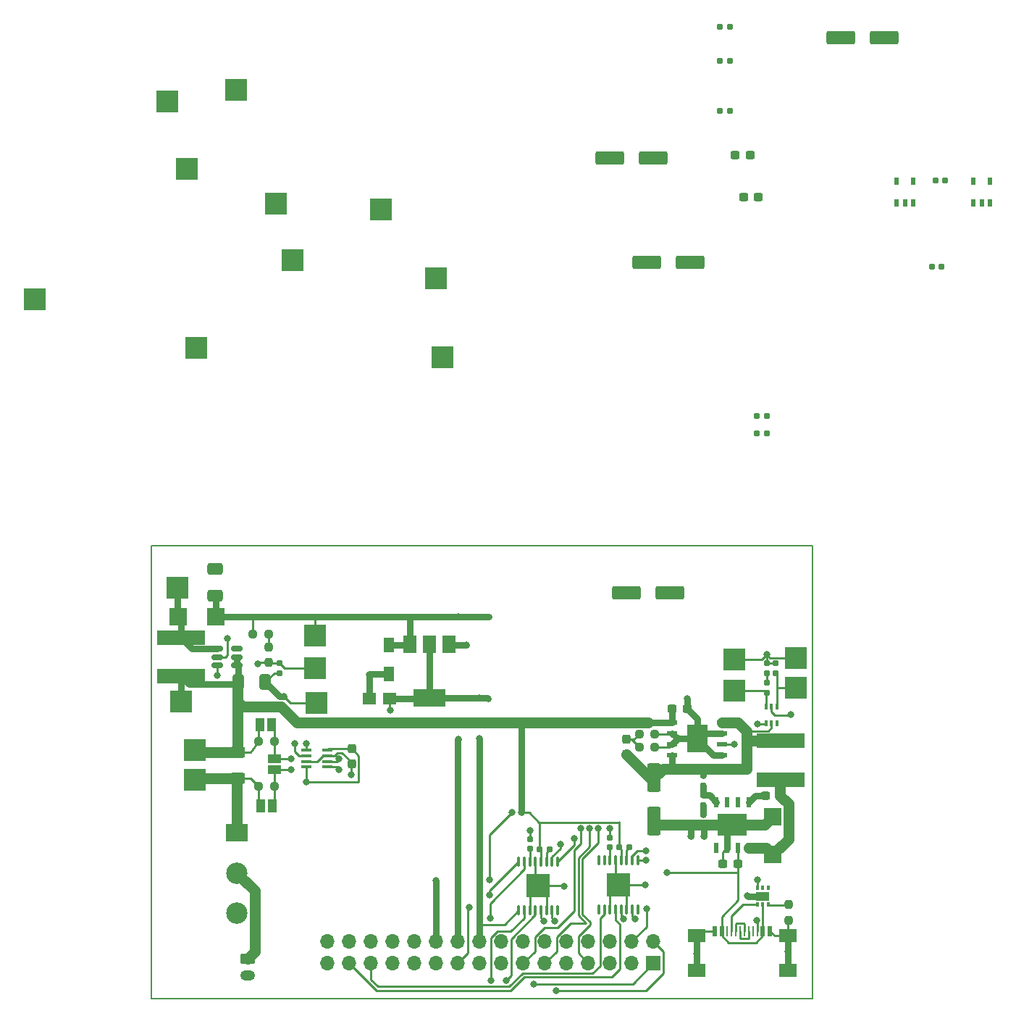
<source format=gbr>
%TF.GenerationSoftware,KiCad,Pcbnew,7.0.1-0*%
%TF.CreationDate,2025-03-27T13:04:47+02:00*%
%TF.ProjectId,EEE3088F_MM_Power_Project,45454533-3038-4384-965f-4d4d5f506f77,rev?*%
%TF.SameCoordinates,Original*%
%TF.FileFunction,Copper,L1,Top*%
%TF.FilePolarity,Positive*%
%FSLAX46Y46*%
G04 Gerber Fmt 4.6, Leading zero omitted, Abs format (unit mm)*
G04 Created by KiCad (PCBNEW 7.0.1-0) date 2025-03-27 13:04:47*
%MOMM*%
%LPD*%
G01*
G04 APERTURE LIST*
G04 Aperture macros list*
%AMRoundRect*
0 Rectangle with rounded corners*
0 $1 Rounding radius*
0 $2 $3 $4 $5 $6 $7 $8 $9 X,Y pos of 4 corners*
0 Add a 4 corners polygon primitive as box body*
4,1,4,$2,$3,$4,$5,$6,$7,$8,$9,$2,$3,0*
0 Add four circle primitives for the rounded corners*
1,1,$1+$1,$2,$3*
1,1,$1+$1,$4,$5*
1,1,$1+$1,$6,$7*
1,1,$1+$1,$8,$9*
0 Add four rect primitives between the rounded corners*
20,1,$1+$1,$2,$3,$4,$5,0*
20,1,$1+$1,$4,$5,$6,$7,0*
20,1,$1+$1,$6,$7,$8,$9,0*
20,1,$1+$1,$8,$9,$2,$3,0*%
G04 Aperture macros list end*
%TA.AperFunction,NonConductor*%
%ADD10C,0.200000*%
%TD*%
%TA.AperFunction,SMDPad,CuDef*%
%ADD11RoundRect,0.250000X-1.412500X-0.550000X1.412500X-0.550000X1.412500X0.550000X-1.412500X0.550000X0*%
%TD*%
%TA.AperFunction,SMDPad,CuDef*%
%ADD12R,2.500000X2.500000*%
%TD*%
%TA.AperFunction,ComponentPad*%
%ADD13RoundRect,0.250000X-0.625000X0.350000X-0.625000X-0.350000X0.625000X-0.350000X0.625000X0.350000X0*%
%TD*%
%TA.AperFunction,ComponentPad*%
%ADD14O,1.750000X1.200000*%
%TD*%
%TA.AperFunction,SMDPad,CuDef*%
%ADD15R,0.600000X1.300000*%
%TD*%
%TA.AperFunction,SMDPad,CuDef*%
%ADD16R,3.500000X2.500000*%
%TD*%
%TA.AperFunction,SMDPad,CuDef*%
%ADD17RoundRect,0.155000X0.155000X-0.212500X0.155000X0.212500X-0.155000X0.212500X-0.155000X-0.212500X0*%
%TD*%
%TA.AperFunction,SMDPad,CuDef*%
%ADD18RoundRect,0.250000X0.650000X-0.412500X0.650000X0.412500X-0.650000X0.412500X-0.650000X-0.412500X0*%
%TD*%
%TA.AperFunction,SMDPad,CuDef*%
%ADD19RoundRect,0.150000X-0.512500X-0.150000X0.512500X-0.150000X0.512500X0.150000X-0.512500X0.150000X0*%
%TD*%
%TA.AperFunction,SMDPad,CuDef*%
%ADD20RoundRect,0.237500X0.300000X0.237500X-0.300000X0.237500X-0.300000X-0.237500X0.300000X-0.237500X0*%
%TD*%
%TA.AperFunction,SMDPad,CuDef*%
%ADD21R,1.296012X1.757506*%
%TD*%
%TA.AperFunction,SMDPad,CuDef*%
%ADD22RoundRect,0.155000X0.212500X0.155000X-0.212500X0.155000X-0.212500X-0.155000X0.212500X-0.155000X0*%
%TD*%
%TA.AperFunction,SMDPad,CuDef*%
%ADD23RoundRect,0.155000X-0.212500X-0.155000X0.212500X-0.155000X0.212500X0.155000X-0.212500X0.155000X0*%
%TD*%
%TA.AperFunction,SMDPad,CuDef*%
%ADD24R,2.020015X1.500000*%
%TD*%
%TA.AperFunction,SMDPad,CuDef*%
%ADD25R,0.500000X1.150013*%
%TD*%
%TA.AperFunction,SMDPad,CuDef*%
%ADD26R,0.259995X1.150013*%
%TD*%
%TA.AperFunction,SMDPad,CuDef*%
%ADD27RoundRect,0.237500X-0.250000X-0.237500X0.250000X-0.237500X0.250000X0.237500X-0.250000X0.237500X0*%
%TD*%
%TA.AperFunction,SMDPad,CuDef*%
%ADD28RoundRect,0.237500X-0.237500X0.250000X-0.237500X-0.250000X0.237500X-0.250000X0.237500X0.250000X0*%
%TD*%
%TA.AperFunction,SMDPad,CuDef*%
%ADD29RoundRect,0.160000X0.160000X-0.197500X0.160000X0.197500X-0.160000X0.197500X-0.160000X-0.197500X0*%
%TD*%
%TA.AperFunction,SMDPad,CuDef*%
%ADD30RoundRect,0.237500X-0.300000X-0.237500X0.300000X-0.237500X0.300000X0.237500X-0.300000X0.237500X0*%
%TD*%
%TA.AperFunction,SMDPad,CuDef*%
%ADD31R,5.700000X1.700000*%
%TD*%
%TA.AperFunction,SMDPad,CuDef*%
%ADD32O,0.350013X1.300000*%
%TD*%
%TA.AperFunction,SMDPad,CuDef*%
%ADD33R,2.740005X2.740005*%
%TD*%
%TA.AperFunction,SMDPad,CuDef*%
%ADD34RoundRect,0.237500X-0.237500X0.300000X-0.237500X-0.300000X0.237500X-0.300000X0.237500X0.300000X0*%
%TD*%
%TA.AperFunction,SMDPad,CuDef*%
%ADD35RoundRect,0.160000X-0.160000X0.197500X-0.160000X-0.197500X0.160000X-0.197500X0.160000X0.197500X0*%
%TD*%
%TA.AperFunction,SMDPad,CuDef*%
%ADD36R,0.500000X0.900000*%
%TD*%
%TA.AperFunction,SMDPad,CuDef*%
%ADD37R,1.000000X1.500000*%
%TD*%
%TA.AperFunction,SMDPad,CuDef*%
%ADD38R,1.500000X1.358903*%
%TD*%
%TA.AperFunction,SMDPad,CuDef*%
%ADD39RoundRect,0.250000X-0.550000X1.412500X-0.550000X-1.412500X0.550000X-1.412500X0.550000X1.412500X0*%
%TD*%
%TA.AperFunction,SMDPad,CuDef*%
%ADD40RoundRect,0.250000X-0.412500X-0.650000X0.412500X-0.650000X0.412500X0.650000X-0.412500X0.650000X0*%
%TD*%
%TA.AperFunction,SMDPad,CuDef*%
%ADD41R,0.350013X0.500000*%
%TD*%
%TA.AperFunction,SMDPad,CuDef*%
%ADD42R,1.600000X1.000000*%
%TD*%
%TA.AperFunction,SMDPad,CuDef*%
%ADD43O,1.251994X0.364008*%
%TD*%
%TA.AperFunction,SMDPad,CuDef*%
%ADD44R,0.364008X0.650013*%
%TD*%
%TA.AperFunction,SMDPad,CuDef*%
%ADD45RoundRect,0.160000X-0.197500X-0.160000X0.197500X-0.160000X0.197500X0.160000X-0.197500X0.160000X0*%
%TD*%
%TA.AperFunction,SMDPad,CuDef*%
%ADD46R,1.500000X2.000000*%
%TD*%
%TA.AperFunction,SMDPad,CuDef*%
%ADD47R,3.800000X2.000000*%
%TD*%
%TA.AperFunction,SMDPad,CuDef*%
%ADD48RoundRect,0.250000X-0.625000X0.400000X-0.625000X-0.400000X0.625000X-0.400000X0.625000X0.400000X0*%
%TD*%
%TA.AperFunction,SMDPad,CuDef*%
%ADD49R,2.000000X2.000000*%
%TD*%
%TA.AperFunction,SMDPad,CuDef*%
%ADD50R,1.200000X0.600000*%
%TD*%
%TA.AperFunction,SMDPad,CuDef*%
%ADD51R,2.400000X3.300000*%
%TD*%
%TA.AperFunction,SMDPad,CuDef*%
%ADD52R,1.500000X1.000000*%
%TD*%
%TA.AperFunction,ComponentPad*%
%ADD53R,2.500000X2.100000*%
%TD*%
%TA.AperFunction,ComponentPad*%
%ADD54C,2.500000*%
%TD*%
%TA.AperFunction,ComponentPad*%
%ADD55R,1.700000X1.700000*%
%TD*%
%TA.AperFunction,ComponentPad*%
%ADD56O,1.700000X1.700000*%
%TD*%
%TA.AperFunction,ViaPad*%
%ADD57C,0.800000*%
%TD*%
%TA.AperFunction,Conductor*%
%ADD58C,0.250000*%
%TD*%
%TA.AperFunction,Conductor*%
%ADD59C,0.760000*%
%TD*%
%TA.AperFunction,Conductor*%
%ADD60C,1.270000*%
%TD*%
G04 APERTURE END LIST*
D10*
X100000000Y-100000000D02*
X177300000Y-100000000D01*
X177300000Y-152950000D01*
X100000000Y-152950000D01*
X100000000Y-100000000D01*
D11*
%TO.P,C31,1*%
%TO.N,Net-(C30-Pad2)*%
X155501300Y-105562400D03*
%TO.P,C31,2*%
%TO.N,GND*%
X160576300Y-105562400D03*
%TD*%
D12*
%TO.P,5V_R1_TP1,1,1*%
%TO.N,+5V*%
X119126000Y-110490000D03*
%TD*%
D13*
%TO.P,J1,1,Pin_1*%
%TO.N,/Battery_In_Before_Switch*%
X111250000Y-148250000D03*
D14*
%TO.P,J1,2,Pin_2*%
%TO.N,GND*%
X111250000Y-150250000D03*
%TD*%
D15*
%TO.P,U4,1,BOOT*%
%TO.N,Net-(U4-BOOT)*%
X169824403Y-129956804D03*
%TO.P,U4,2,NC*%
%TO.N,unconnected-(U4-NC-Pad2)*%
X168554400Y-129956804D03*
%TO.P,U4,3,NC*%
%TO.N,unconnected-(U4-NC-Pad3)*%
X167284398Y-129956804D03*
%TO.P,U4,4,VSENSE*%
%TO.N,Net-(U4-VSENSE)*%
X166014395Y-129956804D03*
%TO.P,U4,5,ENA*%
%TO.N,unconnected-(U4-ENA-Pad5)*%
X166014395Y-135356600D03*
%TO.P,U4,6,GND*%
%TO.N,GND*%
X167284398Y-135356600D03*
%TO.P,U4,7,VIN*%
%TO.N,+9V*%
X168554400Y-135356600D03*
%TO.P,U4,8,PH*%
%TO.N,/PH_Pin*%
X169824403Y-135356600D03*
D16*
%TO.P,U4,9,PowerPAD*%
%TO.N,GND*%
X167919399Y-132656829D03*
%TD*%
D17*
%TO.P,C11,1*%
%TO.N,Net-(U8-VINT)*%
X144246600Y-135441500D03*
%TO.P,C11,2*%
%TO.N,GND*%
X144246600Y-134306500D03*
%TD*%
D18*
%TO.P,C2,1*%
%TO.N,+5V*%
X107442000Y-105829500D03*
%TO.P,C2,2*%
%TO.N,GND*%
X107442000Y-102704500D03*
%TD*%
D12*
%TO.P,L_TP_1,1,1*%
%TO.N,/Battery_Out*%
X103428800Y-118262400D03*
%TD*%
D19*
%TO.P,U1,1,SW*%
%TO.N,Net-(D1-A)*%
X107701500Y-112080000D03*
%TO.P,U1,2,GND*%
%TO.N,GND*%
X107701500Y-113030000D03*
%TO.P,U1,3,FB*%
%TO.N,Net-(U1-FB)*%
X107701500Y-113980000D03*
%TO.P,U1,4,EN*%
%TO.N,/Battery_Out*%
X109976500Y-113980000D03*
%TO.P,U1,5,IN*%
X109976500Y-113030000D03*
%TO.P,U1,6,NC*%
%TO.N,unconnected-(U1-NC-Pad6)*%
X109976500Y-112080000D03*
%TD*%
D20*
%TO.P,C9,1*%
%TO.N,GND*%
X162609700Y-119075200D03*
%TO.P,C9,2*%
%TO.N,/Battery_Out*%
X160884700Y-119075200D03*
%TD*%
D11*
%TO.P,C30,1*%
%TO.N,/EXT_LOAD1_OUT*%
X180548200Y-40690800D03*
%TO.P,C30,2*%
%TO.N,Net-(C30-Pad2)*%
X185623200Y-40690800D03*
%TD*%
D12*
%TO.P,9-5V_R1_TP1,1,1*%
%TO.N,/Battey_Charger_VDD*%
X105250000Y-76900000D03*
%TD*%
D21*
%TO.P,C4,1,1*%
%TO.N,+5V*%
X127762000Y-111597691D03*
%TO.P,C4,2,2*%
%TO.N,GND*%
X127762000Y-114970309D03*
%TD*%
D22*
%TO.P,C16,1*%
%TO.N,Net-(U10-VCP)*%
X155846400Y-135280400D03*
%TO.P,C16,2*%
%TO.N,/Battery_Out*%
X154711400Y-135280400D03*
%TD*%
D12*
%TO.P,5V_R2_TP1,1,1*%
%TO.N,GND*%
X119253000Y-118364000D03*
%TD*%
D23*
%TO.P,C33,1*%
%TO.N,GND*%
X191227900Y-67437000D03*
%TO.P,C33,2*%
%TO.N,+5V*%
X192362900Y-67437000D03*
%TD*%
D24*
%TO.P,U7,17,EH*%
%TO.N,GND*%
X174394883Y-145608550D03*
%TO.P,U7,18,EH*%
X174394883Y-149608550D03*
%TO.P,U7,19,EH*%
X163734989Y-149608550D03*
%TO.P,U7,20,EH*%
X163734989Y-145608550D03*
D25*
%TO.P,U7,A1,GND*%
X165865038Y-145034000D03*
%TO.P,U7,A4,VBUS*%
%TO.N,+9V*%
X166664885Y-145034000D03*
D26*
%TO.P,U7,A5,CC1*%
%TO.N,/CC1*%
X167815000Y-145034000D03*
%TO.P,U7,A6,DP1*%
%TO.N,/DP1*%
X168815000Y-145034000D03*
%TO.P,U7,A7,DN1*%
%TO.N,/DN1*%
X169314872Y-145034000D03*
%TO.P,U7,A8,SBU1*%
%TO.N,unconnected-(U7-SBU1-PadA8)*%
X170314618Y-145034000D03*
D25*
%TO.P,U7,A9,VBUS*%
%TO.N,+9V*%
X171464987Y-145034000D03*
%TO.P,U7,A12,GND*%
%TO.N,GND*%
X172265088Y-145034000D03*
D26*
%TO.P,U7,B5,CC2*%
%TO.N,/CC2*%
X170815000Y-145034000D03*
%TO.P,U7,B6,DP2*%
%TO.N,/DP1*%
X169815000Y-145034000D03*
%TO.P,U7,B7,DN2*%
%TO.N,/DN1*%
X168314872Y-145034000D03*
%TO.P,U7,B8,SBU2*%
%TO.N,unconnected-(U7-SBU2-PadB8)*%
X167314872Y-145034000D03*
%TD*%
D27*
%TO.P,R5,1*%
%TO.N,/Battery_In_After_Switch*%
X112511500Y-128159000D03*
%TO.P,R5,2*%
%TO.N,Net-(JP1-B)*%
X114336500Y-128159000D03*
%TD*%
D28*
%TO.P,R15,1*%
%TO.N,Net-(U9-VSET)*%
X174498000Y-141962500D03*
%TO.P,R15,2*%
%TO.N,GND*%
X174498000Y-143787500D03*
%TD*%
D29*
%TO.P,R10,1*%
%TO.N,Net-(R10-Pad1)*%
X171907200Y-114957900D03*
%TO.P,R10,2*%
%TO.N,GND*%
X171907200Y-113762900D03*
%TD*%
D11*
%TO.P,C20,1*%
%TO.N,/EXT_LOAD2_OUT*%
X153598800Y-54762400D03*
%TO.P,C20,2*%
%TO.N,Net-(C20-Pad2)*%
X158673800Y-54762400D03*
%TD*%
D30*
%TO.P,C17,1*%
%TO.N,/Battery_Out*%
X169241300Y-59258200D03*
%TO.P,C17,2*%
%TO.N,GND*%
X170966300Y-59258200D03*
%TD*%
%TO.P,C14,1*%
%TO.N,/Battery_Out*%
X168250700Y-54406800D03*
%TO.P,C14,2*%
%TO.N,GND*%
X169975700Y-54406800D03*
%TD*%
D28*
%TO.P,R3,1*%
%TO.N,Net-(R2-Pad2)*%
X113665000Y-111863500D03*
%TO.P,R3,2*%
%TO.N,Net-(U1-FB)*%
X113665000Y-113688500D03*
%TD*%
D12*
%TO.P,CHRG_SelectR2_TP1,1,1*%
%TO.N,Net-(U6-NO)*%
X175336200Y-116636800D03*
%TD*%
D22*
%TO.P,C12,1*%
%TO.N,Net-(U8-VCP)*%
X146532600Y-135483600D03*
%TO.P,C12,2*%
%TO.N,/Battery_Out*%
X145397600Y-135483600D03*
%TD*%
D31*
%TO.P,L3,1*%
%TO.N,/PH_Pin*%
X173583600Y-127330200D03*
%TO.P,L3,2*%
%TO.N,/Battey_Charger_VDD*%
X173583600Y-122830200D03*
%TD*%
D32*
%TO.P,U8,1,nSleep*%
%TO.N,+3V3*%
X142936717Y-142600813D03*
%TO.P,U8,2,AOUT1*%
%TO.N,/AOUT1 (U1)*%
X143586705Y-142600813D03*
%TO.P,U8,3,AISEN*%
%TO.N,GND*%
X144236692Y-142600813D03*
%TO.P,U8,4,AOUT2*%
%TO.N,/AOUT2 (U1)*%
X144886933Y-142600813D03*
%TO.P,U8,5,BOUT2*%
%TO.N,/BOUT2 (U1)*%
X145536921Y-142600813D03*
%TO.P,U8,6,BISEN*%
%TO.N,GND*%
X146186908Y-142600813D03*
%TO.P,U8,7,BOUT1*%
%TO.N,/BOUT1 (U1)*%
X146836895Y-142600813D03*
%TO.P,U8,8,nFault*%
%TO.N,unconnected-(U8-nFault-Pad8)*%
X147486883Y-142600813D03*
%TO.P,U8,9,BIN1*%
%TO.N,/BIN1 (U1)*%
X147486883Y-136900787D03*
%TO.P,U8,10,BIN2*%
%TO.N,/BIN2 (U1)*%
X146836895Y-136900787D03*
%TO.P,U8,11,VCP*%
%TO.N,Net-(U8-VCP)*%
X146186908Y-136900787D03*
%TO.P,U8,12,VM*%
%TO.N,/Battery_Out*%
X145536921Y-136900787D03*
%TO.P,U8,13,GND*%
%TO.N,GND*%
X144886933Y-136900787D03*
%TO.P,U8,14,VINT*%
%TO.N,Net-(U8-VINT)*%
X144236692Y-136900787D03*
%TO.P,U8,15,AIN2*%
%TO.N,/AIN2 (U1)*%
X143586705Y-136900787D03*
%TO.P,U8,16,AIN1*%
%TO.N,/AIN1 (U1)*%
X142936717Y-136900787D03*
D33*
%TO.P,U8,17,GND*%
%TO.N,GND*%
X145211800Y-139750800D03*
%TD*%
D12*
%TO.P,5V_TP1,1,1*%
%TO.N,+5V*%
X86360000Y-71247000D03*
%TD*%
D34*
%TO.P,C7,1*%
%TO.N,Net-(C7-Pad1)*%
X155498800Y-122657700D03*
%TO.P,C7,2*%
%TO.N,/Battey_Charger_VDD*%
X155498800Y-124382700D03*
%TD*%
D35*
%TO.P,R13,1*%
%TO.N,/Battey_Charger_VDD*%
X164490399Y-126889702D03*
%TO.P,R13,2*%
%TO.N,Net-(U4-VSENSE)*%
X164490399Y-128084702D03*
%TD*%
%TO.P,R4,1*%
%TO.N,Net-(U1-FB)*%
X114935000Y-113702500D03*
%TO.P,R4,2*%
%TO.N,GND*%
X114935000Y-114897500D03*
%TD*%
D27*
%TO.P,R2,1*%
%TO.N,+5V*%
X111863500Y-110363000D03*
%TO.P,R2,2*%
%TO.N,Net-(R2-Pad2)*%
X113688500Y-110363000D03*
%TD*%
D31*
%TO.P,L2,1*%
%TO.N,/Battery_Out*%
X103428800Y-115254600D03*
%TO.P,L2,2*%
%TO.N,Net-(D1-A)*%
X103428800Y-110754600D03*
%TD*%
D12*
%TO.P,CHRG_SelectR1_TP1,1,1*%
%TO.N,Net-(U6-NC)*%
X168122600Y-116916200D03*
%TD*%
D36*
%TO.P,U12,1,OUT*%
%TO.N,/EXT_LOAD2_OUT*%
X187136044Y-60000000D03*
%TO.P,U12,2,GND*%
%TO.N,GND*%
X188086006Y-60000000D03*
%TO.P,U12,3,FLG*%
%TO.N,unconnected-(U12-FLG-Pad3)*%
X189035968Y-60000000D03*
%TO.P,U12,4,EN*%
%TO.N,/CTRL_EXT_LOAD2*%
X189035968Y-57400050D03*
%TO.P,U12,5,IN*%
%TO.N,+5V*%
X187136044Y-57400050D03*
%TD*%
D37*
%TO.P,JP2,1,A*%
%TO.N,Net-(JP2-A)*%
X114011500Y-120909000D03*
%TO.P,JP2,2,B*%
%TO.N,/Battery_Out*%
X112711500Y-120909000D03*
%TD*%
D12*
%TO.P,CHRG_VinR_TP1,1,1*%
%TO.N,Net-(C7-Pad1)*%
X126822200Y-60756800D03*
%TD*%
D29*
%TO.P,R12,1*%
%TO.N,GND*%
X164490399Y-132619202D03*
%TO.P,R12,2*%
%TO.N,Net-(R12-Pad2)*%
X164490399Y-131424202D03*
%TD*%
D38*
%TO.P,C5,1,1*%
%TO.N,+3V3*%
X127818898Y-117856000D03*
%TO.P,C5,2,2*%
%TO.N,GND*%
X125419102Y-117856000D03*
%TD*%
D36*
%TO.P,U14,1,OUT*%
%TO.N,/EXT_LOAD1_OUT*%
X196100076Y-60000000D03*
%TO.P,U14,2,GND*%
%TO.N,GND*%
X197050038Y-60000000D03*
%TO.P,U14,3,FLG*%
%TO.N,unconnected-(U14-FLG-Pad3)*%
X198000000Y-60000000D03*
%TO.P,U14,4,EN*%
%TO.N,/CTRL_EXT_LOAD1*%
X198000000Y-57400050D03*
%TO.P,U14,5,IN*%
%TO.N,+5V*%
X196100076Y-57400050D03*
%TD*%
D12*
%TO.P,9V_TP1,1,1*%
%TO.N,+9V*%
X114579400Y-60096400D03*
%TD*%
D11*
%TO.P,C21,1*%
%TO.N,Net-(C20-Pad2)*%
X157925000Y-66950000D03*
%TO.P,C21,2*%
%TO.N,GND*%
X163000000Y-66950000D03*
%TD*%
D17*
%TO.P,C15,1*%
%TO.N,Net-(U10-VINT)*%
X153593800Y-135238300D03*
%TO.P,C15,2*%
%TO.N,GND*%
X153593800Y-134103300D03*
%TD*%
D27*
%TO.P,R6,1*%
%TO.N,/Battery_Out*%
X112511500Y-122909000D03*
%TO.P,R6,2*%
%TO.N,Net-(JP2-A)*%
X114336500Y-122909000D03*
%TD*%
D39*
%TO.P,C10,1*%
%TO.N,/Battey_Charger_VDD*%
X158775403Y-127106600D03*
%TO.P,C10,2*%
%TO.N,GND*%
X158775403Y-132181600D03*
%TD*%
D12*
%TO.P,9-5V_VSense_TP1,1,1*%
%TO.N,Net-(U4-VSENSE)*%
X104140000Y-56007000D03*
%TD*%
D40*
%TO.P,C1,1*%
%TO.N,/Battery_Out*%
X110159000Y-115951000D03*
%TO.P,C1,2*%
%TO.N,GND*%
X113284000Y-115951000D03*
%TD*%
D41*
%TO.P,U9,1,CC1*%
%TO.N,/CC1*%
X170799987Y-141969924D03*
%TO.P,U9,2,VUSB*%
%TO.N,+9V*%
X171449975Y-141969924D03*
%TO.P,U9,3,VSET*%
%TO.N,Net-(U9-VSET)*%
X172099962Y-141969924D03*
%TO.P,U9,4,D+*%
%TO.N,unconnected-(U9-D+-Pad4)*%
X172099962Y-139969924D03*
%TO.P,U9,5,D-*%
%TO.N,unconnected-(U9-D--Pad5)*%
X171449975Y-139969924D03*
%TO.P,U9,6,CC2*%
%TO.N,/CC2*%
X170799987Y-139969924D03*
D42*
%TO.P,U9,7,GND*%
%TO.N,GND*%
X171449975Y-140969924D03*
%TD*%
D27*
%TO.P,R8,1*%
%TO.N,Net-(C7-Pad1)*%
X156999300Y-122021600D03*
%TO.P,R8,2*%
%TO.N,GND*%
X158824300Y-122021600D03*
%TD*%
D43*
%TO.P,U2,1,IN+*%
%TO.N,Net-(JP1-B)*%
X120562560Y-125884108D03*
%TO.P,U2,2,IN-*%
%TO.N,Net-(JP2-A)*%
X120562560Y-125234121D03*
%TO.P,U2,3,GND*%
%TO.N,GND*%
X120562560Y-124584133D03*
%TO.P,U2,4,VS*%
%TO.N,+3V3*%
X120562560Y-123933892D03*
%TO.P,U2,5,SCL*%
%TO.N,/I2C1_SCL*%
X118110440Y-123933892D03*
%TO.P,U2,6,SDA*%
%TO.N,/I2C1_SDA*%
X118110440Y-124584133D03*
%TO.P,U2,7,A0*%
%TO.N,GND*%
X118110440Y-125234121D03*
%TO.P,U2,8,A1*%
%TO.N,+3V3*%
X118110440Y-125884108D03*
%TD*%
D12*
%TO.P,Shunt_TP1,1,1*%
%TO.N,/Battery_In_After_Switch*%
X105086500Y-127409000D03*
%TD*%
D44*
%TO.P,U6,1,NO*%
%TO.N,Net-(U6-NO)*%
X173130974Y-118830800D03*
%TO.P,U6,2,GND*%
%TO.N,GND*%
X172480987Y-118830800D03*
%TO.P,U6,3,NC*%
%TO.N,Net-(U6-NC)*%
X171831000Y-118830800D03*
%TO.P,U6,4,COM*%
%TO.N,Net-(U5-PROG)*%
X171831000Y-120730724D03*
%TO.P,U6,5,V+*%
%TO.N,/Battey_Charger_VDD*%
X172480987Y-120730724D03*
%TO.P,U6,6,IN*%
%TO.N,/Fast_Charge_CTRL*%
X173130974Y-120730724D03*
%TD*%
D12*
%TO.P,3V3_TP1,1,1*%
%TO.N,+3V3*%
X101854000Y-48133000D03*
%TD*%
D45*
%TO.P,R17,1*%
%TO.N,/I2C1_SDA*%
X170737600Y-86893400D03*
%TO.P,R17,2*%
%TO.N,+3V3*%
X171932600Y-86893400D03*
%TD*%
%TO.P,R16,1*%
%TO.N,/I2C1_SCL*%
X170737600Y-84903400D03*
%TO.P,R16,2*%
%TO.N,+3V3*%
X171932600Y-84903400D03*
%TD*%
D23*
%TO.P,C28,1*%
%TO.N,GND*%
X166475000Y-49260000D03*
%TO.P,C28,2*%
%TO.N,+5V*%
X167610000Y-49260000D03*
%TD*%
D34*
%TO.P,C3,1*%
%TO.N,+3V3*%
X123393200Y-123749900D03*
%TO.P,C3,2*%
%TO.N,GND*%
X123393200Y-125474900D03*
%TD*%
D27*
%TO.P,R7,1*%
%TO.N,Net-(C7-Pad1)*%
X157001200Y-123520200D03*
%TO.P,R7,2*%
%TO.N,GND*%
X158826200Y-123520200D03*
%TD*%
D12*
%TO.P,CHRG_SelectR1_TP2,1,1*%
%TO.N,GND*%
X168122600Y-113334800D03*
%TD*%
D46*
%TO.P,U3,1,GND*%
%TO.N,GND*%
X134761000Y-111531000D03*
%TO.P,U3,2,VO*%
%TO.N,+3V3*%
X132461000Y-111531000D03*
D47*
X132461000Y-117831000D03*
D46*
%TO.P,U3,3,VI*%
%TO.N,+5V*%
X130161000Y-111531000D03*
%TD*%
D12*
%TO.P,9-5V_R2_TP1,1,1*%
%TO.N,GND*%
X109855000Y-46736000D03*
%TD*%
D30*
%TO.P,C8,1*%
%TO.N,Net-(U4-BOOT)*%
X171755899Y-129227702D03*
%TO.P,C8,2*%
%TO.N,/PH_Pin*%
X173480899Y-129227702D03*
%TD*%
D37*
%TO.P,JP1,1,A*%
%TO.N,/Battery_In_After_Switch*%
X112786500Y-130409000D03*
%TO.P,JP1,2,B*%
%TO.N,Net-(JP1-B)*%
X114086500Y-130409000D03*
%TD*%
D12*
%TO.P,CHRG_SelectR2_TP2,1,1*%
%TO.N,GND*%
X175336200Y-113106200D03*
%TD*%
D48*
%TO.P,R1,1*%
%TO.N,/Battery_Out*%
X110086500Y-124109000D03*
%TO.P,R1,2*%
%TO.N,/Battery_In_After_Switch*%
X110086500Y-127209000D03*
%TD*%
D23*
%TO.P,C32,1*%
%TO.N,GND*%
X191651000Y-57327800D03*
%TO.P,C32,2*%
%TO.N,/EXT_LOAD1_OUT*%
X192786000Y-57327800D03*
%TD*%
D29*
%TO.P,R9,1*%
%TO.N,Net-(U6-NC)*%
X171907200Y-117243900D03*
%TO.P,R9,2*%
%TO.N,Net-(R10-Pad1)*%
X171907200Y-116048900D03*
%TD*%
D49*
%TO.P,D2,1,K*%
%TO.N,/PH_Pin*%
X172618399Y-136126600D03*
%TO.P,D2,2,A*%
%TO.N,GND*%
X172618399Y-131726804D03*
%TD*%
D23*
%TO.P,C23,1*%
%TO.N,GND*%
X166475000Y-43350000D03*
%TO.P,C23,2*%
%TO.N,/EXT_LOAD2_OUT*%
X167610000Y-43350000D03*
%TD*%
D49*
%TO.P,D1,1,K*%
%TO.N,+5V*%
X107482898Y-108331000D03*
%TO.P,D1,2,A*%
%TO.N,Net-(D1-A)*%
X103083102Y-108331000D03*
%TD*%
D29*
%TO.P,R11,1*%
%TO.N,Net-(U6-NO)*%
X172923200Y-114945800D03*
%TO.P,R11,2*%
%TO.N,GND*%
X172923200Y-113750800D03*
%TD*%
D12*
%TO.P,L_TP_2,1,1*%
%TO.N,Net-(D1-A)*%
X102997000Y-104902000D03*
%TD*%
D50*
%TO.P,U5,1,TEMP*%
%TO.N,GND*%
X166700204Y-124447302D03*
%TO.P,U5,2,PROG*%
%TO.N,Net-(U5-PROG)*%
X166700204Y-123177299D03*
%TO.P,U5,3,GND*%
%TO.N,GND*%
X166700204Y-121907297D03*
%TO.P,U5,4,VCC*%
%TO.N,/Battey_Charger_VDD*%
X166700204Y-120637294D03*
%TO.P,U5,5,BAT*%
%TO.N,/Battery_Out*%
X160883592Y-120637294D03*
%TO.P,U5,6,STDBY#*%
%TO.N,GND*%
X160883592Y-121907297D03*
%TO.P,U5,7,CHRG#*%
X160883592Y-123177299D03*
%TO.P,U5,8,CE*%
%TO.N,/Battey_Charger_VDD*%
X160883592Y-124447302D03*
D51*
%TO.P,U5,9,EP*%
%TO.N,GND*%
X163791898Y-122542298D03*
%TD*%
D12*
%TO.P,5V_FB_TP1,1,1*%
%TO.N,Net-(U1-FB)*%
X119126000Y-114300000D03*
%TD*%
%TO.P,Shunt_TP2,1,1*%
%TO.N,/Battery_Out*%
X105086500Y-123909000D03*
%TD*%
D35*
%TO.P,R14,1*%
%TO.N,Net-(U4-VSENSE)*%
X164490399Y-129175702D03*
%TO.P,R14,2*%
%TO.N,Net-(R12-Pad2)*%
X164490399Y-130370702D03*
%TD*%
D52*
%TO.P,JP3,1,A*%
%TO.N,Net-(JP2-A)*%
X114336500Y-124909000D03*
%TO.P,JP3,2,B*%
%TO.N,Net-(JP1-B)*%
X114336500Y-126209000D03*
%TD*%
D12*
%TO.P,CHRG_VinR_TP2,1,1*%
%TO.N,GND*%
X133223000Y-68808600D03*
%TD*%
D32*
%TO.P,U10,1,nSleep*%
%TO.N,+3V3*%
X152294834Y-142494000D03*
%TO.P,U10,2,AOUT1*%
%TO.N,/AOUT1 (U2)*%
X152944822Y-142494000D03*
%TO.P,U10,3,AISEN*%
%TO.N,GND*%
X153594809Y-142494000D03*
%TO.P,U10,4,AOUT2*%
%TO.N,/AOUT2 (U2)*%
X154245050Y-142494000D03*
%TO.P,U10,5,BOUT2*%
%TO.N,/BOUT2 (U2)*%
X154895038Y-142494000D03*
%TO.P,U10,6,BISEN*%
%TO.N,GND*%
X155545025Y-142494000D03*
%TO.P,U10,7,BOUT1*%
%TO.N,/BOUT1 (U2)*%
X156195012Y-142494000D03*
%TO.P,U10,8,nFault*%
%TO.N,unconnected-(U10-nFault-Pad8)*%
X156845000Y-142494000D03*
%TO.P,U10,9,BIN1*%
%TO.N,/BIN1 (U2)*%
X156845000Y-136793974D03*
%TO.P,U10,10,BIN2*%
%TO.N,/BIN2 (U2)*%
X156195012Y-136793974D03*
%TO.P,U10,11,VCP*%
%TO.N,Net-(U10-VCP)*%
X155545025Y-136793974D03*
%TO.P,U10,12,VM*%
%TO.N,/Battery_Out*%
X154895038Y-136793974D03*
%TO.P,U10,13,GND*%
%TO.N,GND*%
X154245050Y-136793974D03*
%TO.P,U10,14,VINT*%
%TO.N,Net-(U10-VINT)*%
X153594809Y-136793974D03*
%TO.P,U10,15,AIN2*%
%TO.N,/AIN2 (U2)*%
X152944822Y-136793974D03*
%TO.P,U10,16,AIN1*%
%TO.N,/AIN1 (U2)*%
X152294834Y-136793974D03*
D33*
%TO.P,U10,17,GND*%
%TO.N,GND*%
X154569917Y-139643987D03*
%TD*%
D30*
%TO.P,C6,1*%
%TO.N,GND*%
X166804000Y-137210800D03*
%TO.P,C6,2*%
%TO.N,+9V*%
X168529000Y-137210800D03*
%TD*%
D12*
%TO.P,BAT_TP1,1,1*%
%TO.N,/Battery*%
X116484400Y-66675000D03*
%TD*%
%TO.P,GND_TP1,1,1*%
%TO.N,GND*%
X134035800Y-78028800D03*
%TD*%
D53*
%TO.P,U11,1,1*%
%TO.N,/Battery_In_After_Switch*%
X110000000Y-133549975D03*
D54*
%TO.P,U11,2,2*%
%TO.N,/Battery_In_Before_Switch*%
X110000000Y-138250000D03*
%TO.P,U11,3,3*%
%TO.N,GND*%
X110000000Y-142950025D03*
%TD*%
D23*
%TO.P,C13,1*%
%TO.N,GND*%
X166475000Y-39410000D03*
%TO.P,C13,2*%
%TO.N,+9V*%
X167610000Y-39410000D03*
%TD*%
D55*
%TO.P,J2,1,Pin_1*%
%TO.N,/BOUT2 (U1)*%
X158690000Y-148790000D03*
D56*
%TO.P,J2,2,Pin_2*%
%TO.N,/BOUT1 (U1)*%
X158690000Y-146250000D03*
%TO.P,J2,3,Pin_3*%
%TO.N,/BOUT1 (U2)*%
X156150000Y-148790000D03*
%TO.P,J2,4,Pin_4*%
%TO.N,/BIN1 (U1)*%
X156150000Y-146250000D03*
%TO.P,J2,5,Pin_5*%
%TO.N,/BOUT2 (U2)*%
X153610000Y-148790000D03*
%TO.P,J2,6,Pin_6*%
%TO.N,/BIN2 (U1)*%
X153610000Y-146250000D03*
%TO.P,J2,7,Pin_7*%
%TO.N,/CTRL_EXT_LOAD2*%
X151070000Y-148790000D03*
%TO.P,J2,8,Pin_8*%
%TO.N,/BIN1 (U2)*%
X151070000Y-146250000D03*
%TO.P,J2,9,Pin_9*%
%TO.N,unconnected-(J2-Pin_9-Pad9)*%
X148530000Y-148790000D03*
%TO.P,J2,10,Pin_10*%
%TO.N,/BIN2 (U2)*%
X148530000Y-146250000D03*
%TO.P,J2,11,Pin_11*%
%TO.N,/EXT_LOAD2_OUT*%
X145990000Y-148790000D03*
%TO.P,J2,12,Pin_12*%
%TO.N,unconnected-(J2-Pin_12-Pad12)*%
X145990000Y-146250000D03*
%TO.P,J2,13,Pin_13*%
%TO.N,/Fast_Charge_CTRL*%
X143450000Y-148790000D03*
%TO.P,J2,14,Pin_14*%
%TO.N,/Battery_Out*%
X143450000Y-146250000D03*
%TO.P,J2,15,Pin_15*%
%TO.N,unconnected-(J2-Pin_15-Pad15)*%
X140910000Y-148790000D03*
%TO.P,J2,16,Pin_16*%
%TO.N,/I2C1_SCL*%
X140910000Y-146250000D03*
%TO.P,J2,17,Pin_17*%
%TO.N,/I2C1_SDA*%
X138370000Y-148790000D03*
%TO.P,J2,18,Pin_18*%
%TO.N,+3V3*%
X138370000Y-146250000D03*
%TO.P,J2,19,Pin_19*%
%TO.N,GND*%
X135830000Y-148790000D03*
%TO.P,J2,20,Pin_20*%
%TO.N,+5V*%
X135830000Y-146250000D03*
%TO.P,J2,21,Pin_21*%
%TO.N,/EXT_LOAD1_OUT*%
X133290000Y-148790000D03*
%TO.P,J2,22,Pin_22*%
%TO.N,+9V*%
X133290000Y-146250000D03*
%TO.P,J2,23,Pin_23*%
%TO.N,GND*%
X130750000Y-148790000D03*
%TO.P,J2,24,Pin_24*%
%TO.N,/AIN1 (U2)*%
X130750000Y-146250000D03*
%TO.P,J2,25,Pin_25*%
%TO.N,/CTRL_EXT_LOAD1*%
X128210000Y-148790000D03*
%TO.P,J2,26,Pin_26*%
%TO.N,/AIN2 (U2)*%
X128210000Y-146250000D03*
%TO.P,J2,27,Pin_27*%
%TO.N,/AOUT1 (U2)*%
X125670000Y-148790000D03*
%TO.P,J2,28,Pin_28*%
%TO.N,/AIN1 (U1)*%
X125670000Y-146250000D03*
%TO.P,J2,29,Pin_29*%
%TO.N,/AOUT2 (U2)*%
X123130000Y-148790000D03*
%TO.P,J2,30,Pin_30*%
%TO.N,/AIN2 (U1)*%
X123130000Y-146250000D03*
%TO.P,J2,31,Pin_31*%
%TO.N,/AOUT2 (U1)*%
X120590000Y-148790000D03*
%TO.P,J2,32,Pin_32*%
%TO.N,/AOUT1 (U1)*%
X120590000Y-146250000D03*
%TD*%
D57*
%TO.N,+3V3*%
X118110000Y-127635000D03*
X138353800Y-122580400D03*
X127889000Y-119253000D03*
X138353800Y-117831000D03*
%TO.N,Net-(U1-FB)*%
X112395000Y-113792000D03*
X107721400Y-115189000D03*
%TO.N,+5V*%
X135839200Y-122656600D03*
X135839200Y-108331000D03*
%TO.N,GND*%
X125476000Y-115062000D03*
X157683200Y-139623800D03*
X144246600Y-133299200D03*
X162610800Y-117856000D03*
X148259800Y-139801600D03*
X171932600Y-112734800D03*
X153593800Y-133045200D03*
X174777400Y-119786400D03*
X115443000Y-117602000D03*
X123367800Y-126796800D03*
X136779000Y-111633000D03*
X163042600Y-133959600D03*
X163703000Y-147701000D03*
X169697400Y-140944600D03*
X137109200Y-142265400D03*
X164566600Y-133934200D03*
X174371000Y-147447000D03*
X108864400Y-110871000D03*
%TO.N,+9V*%
X139522200Y-139090400D03*
X160223200Y-138176000D03*
X142138400Y-131216400D03*
X133290000Y-139115800D03*
%TO.N,/Battery_Out*%
X143281400Y-131191000D03*
%TO.N,/Fast_Charge_CTRL*%
X150198130Y-133044700D03*
%TO.N,/I2C1_SCL*%
X118117500Y-123142000D03*
%TO.N,/I2C1_SDA*%
X116720500Y-123142000D03*
%TO.N,Net-(JP1-B)*%
X116339500Y-126190000D03*
X121938000Y-126202500D03*
%TO.N,Net-(JP2-A)*%
X116339500Y-124920000D03*
X121938000Y-124932500D03*
%TO.N,Net-(U5-PROG)*%
X168173400Y-123190000D03*
X170870374Y-120837400D03*
%TO.N,/EXT_LOAD2_OUT*%
X151197633Y-133044700D03*
%TO.N,/BOUT2 (U1)*%
X145872200Y-143840200D03*
X144703800Y-151231600D03*
%TO.N,/BOUT1 (U1)*%
X147269200Y-152019000D03*
X147167600Y-143891000D03*
%TO.N,/BOUT1 (U2)*%
X156501796Y-143663308D03*
%TO.N,/BIN1 (U1)*%
X149428200Y-134200300D03*
X157886400Y-142468600D03*
%TO.N,/BOUT2 (U2)*%
X155184749Y-143654604D03*
%TO.N,/BIN2 (U1)*%
X147828000Y-134924800D03*
%TO.N,/CTRL_EXT_LOAD2*%
X152196800Y-133070600D03*
%TO.N,/BIN1 (U2)*%
X157835600Y-136779000D03*
%TO.N,/BIN2 (U2)*%
X157810200Y-135661400D03*
%TO.N,/AIN1 (U1)*%
X139521047Y-140841847D03*
%TO.N,/AIN2 (U1)*%
X139573000Y-143535400D03*
%TO.N,/AOUT2 (U1)*%
X141485703Y-150793700D03*
%TO.N,/AOUT1 (U1)*%
X139649200Y-150793700D03*
%TO.N,/CC2*%
X170815000Y-139065000D03*
X170725475Y-143764000D03*
%TD*%
D58*
%TO.N,+3V3*%
X120751452Y-123745000D02*
X123388300Y-123745000D01*
D59*
X132461000Y-117831000D02*
X138353800Y-117831000D01*
X132461000Y-111531000D02*
X132461000Y-117831000D01*
D58*
X142936717Y-142600813D02*
X141277130Y-144260400D01*
X141277130Y-144260400D02*
X138383800Y-144260400D01*
X138383800Y-144260400D02*
X138370000Y-144246600D01*
D59*
X138353800Y-138455400D02*
X138353800Y-122580400D01*
D58*
X127818898Y-119182898D02*
X127889000Y-119253000D01*
X127818898Y-117856000D02*
X127818898Y-119182898D01*
D59*
X127818898Y-117856000D02*
X132436000Y-117856000D01*
X138370000Y-138471600D02*
X138353800Y-138455400D01*
X132436000Y-117856000D02*
X132461000Y-117831000D01*
X138370000Y-146250000D02*
X138370000Y-144246600D01*
D58*
X118110000Y-127635000D02*
X124193200Y-127635000D01*
X118110000Y-125884548D02*
X118110440Y-125884108D01*
D59*
X138353800Y-117831000D02*
X139294000Y-117831000D01*
D58*
X120562560Y-123933892D02*
X120751452Y-123745000D01*
X123388300Y-123745000D02*
X123393200Y-123749900D01*
X118110000Y-127635000D02*
X118110000Y-125884548D01*
X124193200Y-127635000D02*
X124193200Y-124549900D01*
X124193200Y-124549900D02*
X123393200Y-123749900D01*
D59*
X139294000Y-117831000D02*
X139319000Y-117856000D01*
X138370000Y-144246600D02*
X138370000Y-138471600D01*
D58*
%TO.N,Net-(U1-FB)*%
X107721400Y-115189000D02*
X107701500Y-115169100D01*
X107701500Y-115169100D02*
X107701500Y-113980000D01*
X114935000Y-113702500D02*
X113679000Y-113702500D01*
X113665000Y-113688500D02*
X112498500Y-113688500D01*
X115532500Y-114300000D02*
X114935000Y-113702500D01*
X113679000Y-113702500D02*
X113665000Y-113688500D01*
X112498500Y-113688500D02*
X112395000Y-113792000D01*
X119126000Y-114300000D02*
X115532500Y-114300000D01*
D59*
%TO.N,+5V*%
X130094309Y-111597691D02*
X130161000Y-111531000D01*
X107482898Y-105870398D02*
X107442000Y-105829500D01*
X107482898Y-108331000D02*
X107482898Y-105870398D01*
X130048000Y-108331000D02*
X135839200Y-108331000D01*
X135813800Y-122682000D02*
X135839200Y-122656600D01*
D58*
X111863500Y-108354500D02*
X111887000Y-108331000D01*
D59*
X107482898Y-108331000D02*
X111887000Y-108331000D01*
X135830000Y-138598600D02*
X135813800Y-138582400D01*
D58*
X111863500Y-110363000D02*
X111863500Y-108354500D01*
X119126000Y-108458000D02*
X119126000Y-110490000D01*
D59*
X135813800Y-138582400D02*
X135813800Y-122682000D01*
X130161000Y-108444000D02*
X130161000Y-111531000D01*
X127762000Y-111597691D02*
X130094309Y-111597691D01*
X135839200Y-108331000D02*
X139446000Y-108331000D01*
X119253000Y-108331000D02*
X130048000Y-108331000D01*
X130048000Y-108331000D02*
X130161000Y-108444000D01*
X111887000Y-108331000D02*
X119253000Y-108331000D01*
D58*
X119253000Y-108331000D02*
X119126000Y-108458000D01*
D59*
X135830000Y-146250000D02*
X135830000Y-138598600D01*
D58*
%TO.N,GND*%
X174767800Y-119796000D02*
X172882000Y-119796000D01*
X153593800Y-134103300D02*
X153593800Y-133045200D01*
X119253000Y-118364000D02*
X116205000Y-118364000D01*
D59*
X164566600Y-133934200D02*
X164566600Y-132715403D01*
D58*
X153594809Y-142494000D02*
X153594809Y-140619095D01*
X158826200Y-122021600D02*
X160769289Y-122021600D01*
X166804000Y-135836998D02*
X167284398Y-135356600D01*
D59*
X163042600Y-133959600D02*
X163042600Y-132639202D01*
D58*
X107701500Y-113030000D02*
X108642249Y-113030000D01*
X135830000Y-148790000D02*
X137005000Y-147615000D01*
X171907200Y-113762900D02*
X172911100Y-113762900D01*
X174777400Y-119786400D02*
X174767800Y-119796000D01*
X144236692Y-140725908D02*
X145211800Y-139750800D01*
D59*
X162609700Y-117857100D02*
X162610800Y-117856000D01*
D58*
X158826200Y-123520200D02*
X160540691Y-123520200D01*
D59*
X163703000Y-149576561D02*
X163734989Y-149608550D01*
D58*
X116205000Y-118364000D02*
X115443000Y-117602000D01*
X154245050Y-136793974D02*
X154245050Y-139319120D01*
D59*
X134863000Y-111633000D02*
X134761000Y-111531000D01*
D58*
X174394883Y-145608550D02*
X174394883Y-143890617D01*
D59*
X174394883Y-147470883D02*
X174371000Y-147447000D01*
D58*
X144246600Y-134306500D02*
X144246600Y-133299200D01*
X123367800Y-125500300D02*
X123393200Y-125474900D01*
D60*
X167881772Y-132619202D02*
X167919399Y-132656829D01*
D58*
X144886933Y-139425933D02*
X144886933Y-136900787D01*
X172839638Y-145608550D02*
X172265088Y-145034000D01*
X121766695Y-124207500D02*
X122238305Y-124207500D01*
X164309539Y-145034000D02*
X163734989Y-145608550D01*
D60*
X171688374Y-132656829D02*
X172618399Y-131726804D01*
X158775403Y-132181600D02*
X159233005Y-132639202D01*
D59*
X167259000Y-135381998D02*
X167284398Y-135356600D01*
D60*
X167919399Y-132656829D02*
X171688374Y-132656829D01*
D58*
X120562560Y-124584133D02*
X121365062Y-124584133D01*
D59*
X174371000Y-145632433D02*
X174394883Y-145608550D01*
X163791898Y-120257398D02*
X162609700Y-119075200D01*
X165696902Y-124447302D02*
X163791898Y-122542298D01*
X164426899Y-121907297D02*
X163791898Y-122542298D01*
D58*
X148209000Y-139750800D02*
X145211800Y-139750800D01*
X160769289Y-122021600D02*
X160883592Y-121907297D01*
X160540691Y-123520200D02*
X160883592Y-123177299D01*
D59*
X162609700Y-119075200D02*
X162609700Y-117857100D01*
X164566600Y-132715403D02*
X164490399Y-132639202D01*
D58*
X166804000Y-137210800D02*
X166804000Y-135836998D01*
D59*
X166700204Y-121907297D02*
X164426899Y-121907297D01*
D58*
X146186908Y-142600813D02*
X146186908Y-140725908D01*
X148259800Y-139801600D02*
X148209000Y-139750800D01*
D59*
X161518593Y-122542298D02*
X160883592Y-121907297D01*
D58*
X175336200Y-113106200D02*
X172304000Y-113106200D01*
X114337500Y-114897500D02*
X113284000Y-115951000D01*
X137005000Y-147615000D02*
X137005000Y-142369600D01*
D59*
X125419102Y-117856000D02*
X125419102Y-115118898D01*
D58*
X121766695Y-124207500D02*
X121754195Y-124195000D01*
D59*
X169722724Y-140969924D02*
X169697400Y-140944600D01*
X114935000Y-117602000D02*
X113284000Y-115951000D01*
D60*
X164490399Y-132619202D02*
X167881772Y-132619202D01*
D58*
X108642249Y-113030000D02*
X108864400Y-112807849D01*
D59*
X167919399Y-132656829D02*
X167284398Y-133291830D01*
D58*
X171932600Y-113737500D02*
X171907200Y-113762900D01*
X146186908Y-140725908D02*
X145211800Y-139750800D01*
X174394883Y-143890617D02*
X174498000Y-143787500D01*
D59*
X163791898Y-122542298D02*
X163791898Y-120257398D01*
D58*
X157683200Y-139623800D02*
X157663013Y-139643987D01*
X118110440Y-125234121D02*
X119401555Y-125234121D01*
D60*
X159233005Y-132639202D02*
X163042600Y-132639202D01*
D58*
X120051543Y-124584133D02*
X120562560Y-124584133D01*
D59*
X174394883Y-149608550D02*
X174394883Y-147470883D01*
X125419102Y-115118898D02*
X125476000Y-115062000D01*
X166700204Y-124447302D02*
X165696902Y-124447302D01*
D58*
X172882000Y-119796000D02*
X172480987Y-119394987D01*
X137005000Y-142369600D02*
X137109200Y-142265400D01*
X108864400Y-112807849D02*
X108864400Y-110871000D01*
D59*
X171449975Y-140969924D02*
X169722724Y-140969924D01*
D58*
X153594809Y-140619095D02*
X154569917Y-139643987D01*
X172480987Y-119394987D02*
X172480987Y-118830800D01*
D59*
X127762000Y-114970309D02*
X125567691Y-114970309D01*
X163703000Y-145640539D02*
X163734989Y-145608550D01*
D58*
X119401555Y-125234121D02*
X120051543Y-124584133D01*
D59*
X115443000Y-117602000D02*
X114935000Y-117602000D01*
X174371000Y-147447000D02*
X174371000Y-145632433D01*
D58*
X123393200Y-125362395D02*
X123393200Y-125474900D01*
X171332600Y-113334800D02*
X168122600Y-113334800D01*
D59*
X161518593Y-122542298D02*
X160883592Y-123177299D01*
D58*
X155545025Y-142494000D02*
X155545025Y-140619095D01*
X165865038Y-145034000D02*
X164309539Y-145034000D01*
D60*
X163042600Y-132639202D02*
X164490399Y-132639202D01*
D58*
X171932600Y-112734800D02*
X171932600Y-113737500D01*
X157663013Y-139643987D02*
X154569917Y-139643987D01*
X123367800Y-126796800D02*
X123367800Y-125500300D01*
X121365062Y-124584133D02*
X121754195Y-124195000D01*
D59*
X136779000Y-111633000D02*
X134863000Y-111633000D01*
D58*
X114935000Y-114897500D02*
X114337500Y-114897500D01*
X154245050Y-139319120D02*
X154569917Y-139643987D01*
D59*
X125567691Y-114970309D02*
X125476000Y-115062000D01*
X163703000Y-147701000D02*
X163703000Y-145640539D01*
D58*
X172304000Y-113106200D02*
X171932600Y-112734800D01*
D59*
X167284398Y-133291830D02*
X167284398Y-135356600D01*
D58*
X122238305Y-124207500D02*
X123393200Y-125362395D01*
X144236692Y-142600813D02*
X144236692Y-140725908D01*
X145211800Y-139750800D02*
X144886933Y-139425933D01*
D59*
X163791898Y-122542298D02*
X161518593Y-122542298D01*
D58*
X174394883Y-145608550D02*
X172839638Y-145608550D01*
X171932600Y-112734800D02*
X171332600Y-113334800D01*
D59*
X163703000Y-147701000D02*
X163703000Y-149576561D01*
D58*
X172911100Y-113762900D02*
X172923200Y-113750800D01*
X155545025Y-140619095D02*
X154569917Y-139643987D01*
D60*
%TO.N,/Battey_Charger_VDD*%
X168570204Y-120637294D02*
X166700204Y-120637294D01*
X159796403Y-126085600D02*
X158775403Y-127106600D01*
X173583600Y-122830200D02*
X169928799Y-122830200D01*
X158775403Y-127106600D02*
X158222700Y-127106600D01*
X160883600Y-126085600D02*
X159796403Y-126085600D01*
D58*
X172125228Y-121661489D02*
X169594399Y-121661489D01*
D59*
X160883592Y-124447302D02*
X160883592Y-126085592D01*
X164490399Y-126889702D02*
X164490399Y-126339604D01*
D58*
X169619799Y-123139200D02*
X169594399Y-123164600D01*
D60*
X169928799Y-122830200D02*
X169594399Y-123164600D01*
X169594399Y-123164600D02*
X169594399Y-121661489D01*
D58*
X172480987Y-121305730D02*
X172125228Y-121661489D01*
D60*
X164744403Y-126085600D02*
X160883600Y-126085600D01*
X158222700Y-127106600D02*
X155498800Y-124382700D01*
X169594399Y-126085600D02*
X164744403Y-126085600D01*
X169594399Y-121661489D02*
X168570204Y-120637294D01*
X169594399Y-126085600D02*
X169594399Y-123164600D01*
D59*
X160883592Y-126085592D02*
X160883600Y-126085600D01*
X164490399Y-126339604D02*
X164744403Y-126085600D01*
D58*
X172480987Y-120730724D02*
X172480987Y-121305730D01*
D59*
%TO.N,Net-(U4-VSENSE)*%
X164490399Y-129175702D02*
X164490399Y-128084702D01*
X165233293Y-129175702D02*
X166014395Y-129956804D01*
X164490399Y-129175702D02*
X165233293Y-129175702D01*
D58*
%TO.N,+9V*%
X168554400Y-138201400D02*
X160248600Y-138201400D01*
X168554400Y-137236200D02*
X168529000Y-137210800D01*
X166664885Y-145034000D02*
X166664885Y-143342115D01*
X168529000Y-135382000D02*
X168554400Y-135356600D01*
X170689684Y-146384006D02*
X167440188Y-146384006D01*
X160248600Y-138201400D02*
X160223200Y-138176000D01*
X168554400Y-138201400D02*
X168554400Y-137236200D01*
D59*
X133290000Y-146250000D02*
X133290000Y-139115800D01*
D58*
X142138400Y-131216400D02*
X139522200Y-133832600D01*
X168554400Y-141452600D02*
X168554400Y-138201400D01*
X167440188Y-146384006D02*
X166664885Y-145608703D01*
X139522200Y-133832600D02*
X139522200Y-139090400D01*
X171464987Y-145608703D02*
X170689684Y-146384006D01*
X168529000Y-137210800D02*
X168529000Y-135382000D01*
X166664885Y-145608703D02*
X166664885Y-145034000D01*
X171449975Y-145018988D02*
X171464987Y-145034000D01*
X171449975Y-141969924D02*
X171449975Y-145018988D01*
X171464987Y-145034000D02*
X171464987Y-145608703D01*
X166664885Y-143342115D02*
X168554400Y-141452600D01*
D59*
%TO.N,/Battery_Out*%
X109976500Y-113980000D02*
X109976500Y-113030000D01*
D60*
X116967000Y-120650000D02*
X125857000Y-120650000D01*
D58*
X111586500Y-124159000D02*
X110086500Y-124109000D01*
D59*
X110159000Y-114162500D02*
X109976500Y-113980000D01*
D60*
X105286500Y-124109000D02*
X105086500Y-123909000D01*
D58*
X145397600Y-135483600D02*
X145397600Y-132418200D01*
D59*
X125742694Y-120764306D02*
X125857000Y-120650000D01*
D60*
X110086500Y-124109000D02*
X110086500Y-118237000D01*
D59*
X160883592Y-120637294D02*
X158102306Y-120637294D01*
X104343200Y-116169000D02*
X109941000Y-116169000D01*
X110159000Y-115951000D02*
X110159000Y-114162500D01*
D58*
X154895038Y-136793974D02*
X154895038Y-135464038D01*
D60*
X110666500Y-118817000D02*
X115134000Y-118817000D01*
D59*
X143281400Y-131191000D02*
X143281400Y-120726200D01*
X103428800Y-115254600D02*
X103428800Y-118262400D01*
X160883592Y-120637294D02*
X160883592Y-119076308D01*
D58*
X154895038Y-135464038D02*
X154711400Y-135280400D01*
D59*
X109941000Y-116169000D02*
X110159000Y-115951000D01*
D58*
X154711400Y-120802400D02*
X154863800Y-120650000D01*
X143281400Y-131191000D02*
X144170400Y-131191000D01*
X154699800Y-132320200D02*
X154711400Y-132308600D01*
X145536921Y-135622921D02*
X145397600Y-135483600D01*
D60*
X110086500Y-124109000D02*
X105286500Y-124109000D01*
D58*
X144170400Y-131191000D02*
X145299600Y-132320200D01*
X145536921Y-136900787D02*
X145536921Y-135622921D01*
D60*
X115134000Y-118817000D02*
X116967000Y-120650000D01*
D59*
X158102306Y-120637294D02*
X158089600Y-120650000D01*
D58*
X145299600Y-132320200D02*
X154699800Y-132320200D01*
D60*
X125857000Y-120650000D02*
X134874000Y-120650000D01*
X110086500Y-118237000D02*
X110086500Y-116023500D01*
D59*
X103428800Y-115254600D02*
X104343200Y-116169000D01*
D58*
X154895038Y-120681238D02*
X154863800Y-120650000D01*
D60*
X154863800Y-120650000D02*
X158089600Y-120650000D01*
X110086500Y-118237000D02*
X110666500Y-118817000D01*
X110086500Y-116023500D02*
X110159000Y-115951000D01*
D58*
X112511500Y-121109000D02*
X112711500Y-120909000D01*
X145397600Y-132418200D02*
X145299600Y-132320200D01*
D59*
X143281400Y-120726200D02*
X143357600Y-120650000D01*
D60*
X143357600Y-120650000D02*
X154863800Y-120650000D01*
D58*
X112511500Y-122909000D02*
X111586500Y-124159000D01*
D60*
X134874000Y-120650000D02*
X143357600Y-120650000D01*
D58*
X154711400Y-132308600D02*
X154711400Y-135280400D01*
X112511500Y-122909000D02*
X112511500Y-121109000D01*
D59*
X160883592Y-119076308D02*
X160884700Y-119075200D01*
D58*
%TO.N,Net-(C7-Pad1)*%
X156365100Y-122657700D02*
X157001200Y-122021600D01*
X156138700Y-122657700D02*
X157001200Y-123520200D01*
X155498800Y-122657700D02*
X156365100Y-122657700D01*
X155498800Y-122657700D02*
X156138700Y-122657700D01*
D59*
%TO.N,Net-(U4-BOOT)*%
X171755899Y-129227702D02*
X170553505Y-129227702D01*
X170553505Y-129227702D02*
X169824403Y-129956804D01*
D60*
%TO.N,/PH_Pin*%
X169824403Y-135356600D02*
X171848399Y-135356600D01*
X171848399Y-135356600D02*
X172618399Y-136126600D01*
X173480899Y-127432901D02*
X173583600Y-127330200D01*
X172618399Y-136126600D02*
X174453399Y-134291600D01*
X173480899Y-129227702D02*
X173480899Y-127432901D01*
X174453399Y-130200202D02*
X173480899Y-129227702D01*
X174453399Y-134291600D02*
X174453399Y-130200202D01*
D58*
%TO.N,Net-(U6-NC)*%
X171831000Y-118830800D02*
X171831000Y-117320100D01*
X171831000Y-117320100D02*
X171907200Y-117243900D01*
X171579500Y-116916200D02*
X168122600Y-116916200D01*
X171907200Y-117243900D02*
X171579500Y-116916200D01*
%TO.N,Net-(U6-NO)*%
X173130974Y-115153574D02*
X172923200Y-114945800D01*
X175336200Y-116636800D02*
X173130974Y-116636800D01*
X173130974Y-118830800D02*
X173130974Y-116636800D01*
X173130974Y-116636800D02*
X173130974Y-115153574D01*
D59*
%TO.N,Net-(D1-A)*%
X103428800Y-110754600D02*
X103428800Y-108676698D01*
X102997000Y-104902000D02*
X102997000Y-108244898D01*
X107701500Y-112080000D02*
X104754200Y-112080000D01*
X102997000Y-108244898D02*
X103083102Y-108331000D01*
X103428800Y-108676698D02*
X103083102Y-108331000D01*
X104754200Y-112080000D02*
X103428800Y-110754600D01*
D58*
%TO.N,/Fast_Charge_CTRL*%
X144815000Y-147425000D02*
X144815000Y-145763299D01*
X143450000Y-148790000D02*
X144815000Y-147425000D01*
X149402800Y-142681105D02*
X149402800Y-135621266D01*
X145962299Y-144616000D02*
X147467905Y-144616000D01*
X150198130Y-134825936D02*
X150198130Y-133044700D01*
X147467905Y-144616000D02*
X149402800Y-142681105D01*
X149402800Y-135621266D02*
X150198130Y-134825936D01*
X144815000Y-145763299D02*
X145962299Y-144616000D01*
%TO.N,/I2C1_SCL*%
X118110440Y-123933892D02*
X118110440Y-123149060D01*
X118110440Y-123149060D02*
X118117500Y-123142000D01*
%TO.N,/I2C1_SDA*%
X117234443Y-124584133D02*
X116720500Y-124070190D01*
X116720500Y-124070190D02*
X116720500Y-123142000D01*
X118110440Y-124584133D02*
X117234443Y-124584133D01*
%TO.N,Net-(JP1-B)*%
X114336500Y-130159000D02*
X114086500Y-130409000D01*
X121632108Y-125896608D02*
X121938000Y-126202500D01*
X114336500Y-128159000D02*
X114336500Y-126209000D01*
X120562560Y-125884108D02*
X121748608Y-125884108D01*
X114336500Y-128159000D02*
X114336500Y-130159000D01*
X114355500Y-126190000D02*
X114336500Y-126209000D01*
X116339500Y-126190000D02*
X114355500Y-126190000D01*
%TO.N,Net-(JP2-A)*%
X114336500Y-124909000D02*
X114336500Y-122909000D01*
X121623879Y-125246621D02*
X121938000Y-124932500D01*
X116339500Y-124920000D02*
X114347500Y-124920000D01*
X114347500Y-124920000D02*
X114336500Y-124909000D01*
X114336500Y-122909000D02*
X114336500Y-121234000D01*
X120562560Y-125234121D02*
X121740379Y-125234121D01*
X114336500Y-121234000D02*
X114011500Y-120909000D01*
%TO.N,Net-(R2-Pad2)*%
X113665000Y-110386500D02*
X113688500Y-110363000D01*
X113665000Y-111863500D02*
X113665000Y-110386500D01*
%TO.N,Net-(R10-Pad1)*%
X171907200Y-116048900D02*
X171907200Y-114957900D01*
D59*
%TO.N,Net-(R12-Pad2)*%
X164490399Y-131424202D02*
X164490399Y-130370702D01*
D58*
%TO.N,Net-(U5-PROG)*%
X168160699Y-123177299D02*
X168173400Y-123190000D01*
X171724324Y-120837400D02*
X171831000Y-120730724D01*
X170870374Y-120837400D02*
X171724324Y-120837400D01*
X166700204Y-123177299D02*
X168160699Y-123177299D01*
%TO.N,/EXT_LOAD2_OUT*%
X147355000Y-147425000D02*
X145990000Y-148790000D01*
X148999397Y-144118902D02*
X147355000Y-145763299D01*
X150799102Y-144118902D02*
X148999397Y-144118902D01*
X147355000Y-145763299D02*
X147355000Y-147425000D01*
X149910800Y-136472804D02*
X149910800Y-143230600D01*
X149910800Y-143230600D02*
X150799102Y-144118902D01*
X151197633Y-133044700D02*
X151206200Y-133053267D01*
X151206200Y-133053267D02*
X151206200Y-135177404D01*
X151206200Y-135177404D02*
X149910800Y-136472804D01*
%TO.N,Net-(U9-VSET)*%
X172099962Y-141969924D02*
X172116038Y-141986000D01*
X174474500Y-141986000D02*
X174498000Y-141962500D01*
X172116038Y-141986000D02*
X174474500Y-141986000D01*
%TO.N,/BOUT2 (U1)*%
X156248400Y-151231600D02*
X144703800Y-151231600D01*
X145872200Y-143840200D02*
X145536921Y-143504921D01*
X158690000Y-148790000D02*
X156248400Y-151231600D01*
X145536921Y-143504921D02*
X145536921Y-142600813D01*
%TO.N,/BOUT1 (U1)*%
X147167600Y-143891000D02*
X146836895Y-143560295D01*
X159865000Y-149938800D02*
X157784800Y-152019000D01*
X157784800Y-152019000D02*
X147269200Y-152019000D01*
X159865000Y-147425000D02*
X159865000Y-149938800D01*
X146836895Y-143560295D02*
X146836895Y-142600813D01*
X158690000Y-146250000D02*
X159865000Y-147425000D01*
%TO.N,/BOUT1 (U2)*%
X156195012Y-143356524D02*
X156501796Y-143663308D01*
X156195012Y-142494000D02*
X156195012Y-143356524D01*
%TO.N,/BIN1 (U1)*%
X156150000Y-146250000D02*
X157886400Y-144513600D01*
X157886400Y-144513600D02*
X157886400Y-142468600D01*
X149428200Y-134959470D02*
X147486883Y-136900787D01*
X149428200Y-134200300D02*
X149428200Y-134959470D01*
%TO.N,/BOUT2 (U2)*%
X154895038Y-143364893D02*
X155184749Y-143654604D01*
X154895038Y-142494000D02*
X154895038Y-143364893D01*
%TO.N,/BIN2 (U1)*%
X146836895Y-136368665D02*
X146836895Y-136900787D01*
X147828000Y-135377560D02*
X146836895Y-136368665D01*
X147828000Y-134924800D02*
X147828000Y-135377560D01*
%TO.N,/CTRL_EXT_LOAD2*%
X151249102Y-143932506D02*
X151249102Y-144305298D01*
X150393400Y-136626600D02*
X150393400Y-143076804D01*
X152247600Y-134772400D02*
X150393400Y-136626600D01*
X152196800Y-133070600D02*
X152247600Y-133121400D01*
X149895000Y-145659400D02*
X149895000Y-147615000D01*
X152247600Y-133121400D02*
X152247600Y-134772400D01*
X150393400Y-143076804D02*
X151249102Y-143932506D01*
X149895000Y-147615000D02*
X151070000Y-148790000D01*
X151249102Y-144305298D02*
X149895000Y-145659400D01*
%TO.N,/BIN1 (U2)*%
X157820626Y-136793974D02*
X157835600Y-136779000D01*
X156845000Y-136793974D02*
X157820626Y-136793974D01*
%TO.N,/BIN2 (U2)*%
X156195012Y-136261852D02*
X156795464Y-135661400D01*
X156795464Y-135661400D02*
X157810200Y-135661400D01*
X156195012Y-136793974D02*
X156195012Y-136261852D01*
%TO.N,/AOUT1 (U2)*%
X151556701Y-149965000D02*
X152435000Y-149086701D01*
X126494596Y-151518200D02*
X141825004Y-151518200D01*
X143378204Y-149965000D02*
X151556701Y-149965000D01*
X152435000Y-149086701D02*
X152435000Y-143551200D01*
X141825004Y-151518200D02*
X143378204Y-149965000D01*
X125670000Y-148790000D02*
X125670000Y-150693604D01*
X152435000Y-143551200D02*
X152944822Y-143041378D01*
X152944822Y-143041378D02*
X152944822Y-142494000D01*
X125670000Y-150693604D02*
X126494596Y-151518200D01*
%TO.N,/AIN1 (U1)*%
X142936717Y-136900787D02*
X139521047Y-140316457D01*
X139521047Y-140316457D02*
X139521047Y-140841847D01*
%TO.N,/AOUT2 (U2)*%
X154245050Y-143740210D02*
X154245050Y-142494000D01*
X154794920Y-144290080D02*
X154245050Y-143740210D01*
X142011400Y-151968200D02*
X143564600Y-150415000D01*
X153836701Y-150415000D02*
X154794920Y-149456781D01*
X126308200Y-151968200D02*
X142011400Y-151968200D01*
X123130000Y-148790000D02*
X126308200Y-151968200D01*
X154794920Y-149456781D02*
X154794920Y-144290080D01*
X143564600Y-150415000D02*
X153836701Y-150415000D01*
%TO.N,/AIN2 (U1)*%
X143586705Y-136900787D02*
X143586705Y-137800787D01*
X139573000Y-141814492D02*
X139573000Y-143535400D01*
X143586705Y-137800787D02*
X139573000Y-141814492D01*
%TO.N,/AOUT2 (U1)*%
X144886933Y-143151366D02*
X142085000Y-145953299D01*
X142085000Y-150194403D02*
X141485703Y-150793700D01*
X144886933Y-142600813D02*
X144886933Y-143151366D01*
X142085000Y-145953299D02*
X142085000Y-150194403D01*
%TO.N,/AOUT1 (U1)*%
X139649200Y-145849099D02*
X139649200Y-150793700D01*
X143586705Y-143500813D02*
X142012518Y-145075000D01*
X140423299Y-145075000D02*
X139649200Y-145849099D01*
X142012518Y-145075000D02*
X140423299Y-145075000D01*
X143586705Y-142600813D02*
X143586705Y-143500813D01*
%TO.N,/CC1*%
X169170771Y-141969924D02*
X170799987Y-141969924D01*
X167815000Y-143325695D02*
X169170771Y-141969924D01*
X167815000Y-145034000D02*
X167815000Y-143325695D01*
%TO.N,/DN1*%
X169314872Y-145034000D02*
X169314872Y-144178869D01*
X169314872Y-144178869D02*
X169269997Y-144133994D01*
X168783000Y-144133994D02*
X168360003Y-144133994D01*
X169269997Y-144133994D02*
X168783000Y-144133994D01*
X168314872Y-144179125D02*
X168314872Y-145034000D01*
X168360003Y-144133994D02*
X168314872Y-144179125D01*
%TO.N,/DP1*%
X168859875Y-145934006D02*
X168815000Y-145889131D01*
X168815000Y-145889131D02*
X168815000Y-145034000D01*
X169815000Y-145034000D02*
X169815000Y-145888875D01*
X169815000Y-145888875D02*
X169769869Y-145934006D01*
X169769869Y-145934006D02*
X168859875Y-145934006D01*
%TO.N,/CC2*%
X170815000Y-139954911D02*
X170799987Y-139969924D01*
X170815000Y-143853525D02*
X170725475Y-143764000D01*
X170815000Y-139065000D02*
X170815000Y-139954911D01*
X170815000Y-145034000D02*
X170815000Y-143853525D01*
%TO.N,Net-(U8-VINT)*%
X144236692Y-136900787D02*
X144236692Y-135451408D01*
X144236692Y-135451408D02*
X144246600Y-135441500D01*
%TO.N,Net-(U8-VCP)*%
X146186908Y-135829292D02*
X146532600Y-135483600D01*
X146186908Y-136900787D02*
X146186908Y-135829292D01*
%TO.N,Net-(U10-VINT)*%
X153594809Y-136793974D02*
X153594809Y-135239309D01*
X153594809Y-135239309D02*
X153593800Y-135238300D01*
%TO.N,Net-(U10-VCP)*%
X155545025Y-135581775D02*
X155846400Y-135280400D01*
X155545025Y-136793974D02*
X155545025Y-135581775D01*
D60*
%TO.N,/Battery_In_Before_Switch*%
X112085000Y-147415000D02*
X112085000Y-140335000D01*
X112085000Y-140335000D02*
X110000000Y-138250000D01*
X111250000Y-148250000D02*
X112085000Y-147415000D01*
D58*
%TO.N,/Battery_In_After_Switch*%
X112511500Y-128159000D02*
X111561500Y-127209000D01*
D60*
X110000000Y-133549975D02*
X110000000Y-127295500D01*
D58*
X112511500Y-130134000D02*
X112786500Y-130409000D01*
D60*
X110000000Y-127295500D02*
X110086500Y-127209000D01*
X105286500Y-127209000D02*
X105086500Y-127409000D01*
X110086500Y-127209000D02*
X105286500Y-127209000D01*
D58*
X111561500Y-127209000D02*
X110086500Y-127209000D01*
X112511500Y-128159000D02*
X112511500Y-130134000D01*
%TO.N,unconnected-(U9-D+-Pad4)*%
X172115886Y-139954000D02*
X172099962Y-139969924D01*
%TD*%
M02*

</source>
